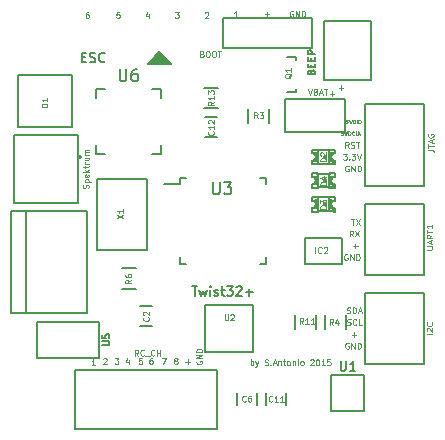
<source format=gto>
G04 #@! TF.FileFunction,Legend,Top*
%FSLAX46Y46*%
G04 Gerber Fmt 4.6, Leading zero omitted, Abs format (unit mm)*
G04 Created by KiCad (PCBNEW (after 2015-mar-04 BZR unknown)-product) date 21/07/2015 11:23:45 AM*
%MOMM*%
G01*
G04 APERTURE LIST*
%ADD10C,0.100000*%
%ADD11C,0.200000*%
%ADD12C,0.125000*%
%ADD13C,0.075000*%
%ADD14C,0.150000*%
G04 APERTURE END LIST*
D10*
D11*
X140500000Y-132000000D02*
X140500000Y-132200000D01*
X141000000Y-132500000D02*
X140500000Y-132000000D01*
X141300000Y-132500000D02*
X141000000Y-132500000D01*
X140600000Y-131800000D02*
X141300000Y-132500000D01*
X139800000Y-132600000D02*
X140600000Y-131800000D01*
X139600000Y-132600000D02*
X139800000Y-132600000D01*
X140000000Y-132400000D02*
X139800000Y-132600000D01*
X140400000Y-132400000D02*
X140000000Y-132400000D01*
X140800000Y-132400000D02*
X140400000Y-132400000D01*
X140500000Y-132100000D02*
X140800000Y-132400000D01*
X140100000Y-132500000D02*
X140500000Y-132100000D01*
X141200000Y-132500000D02*
X140100000Y-132500000D01*
X140500000Y-131800000D02*
X141200000Y-132500000D01*
X139700000Y-132600000D02*
X140500000Y-131800000D01*
X141600000Y-132600000D02*
X139700000Y-132600000D01*
X140600000Y-131600000D02*
X141600000Y-132600000D01*
X139600000Y-132600000D02*
X140600000Y-131600000D01*
D12*
X148330955Y-158126190D02*
X148330955Y-157626190D01*
X148330955Y-157816667D02*
X148378574Y-157792857D01*
X148473812Y-157792857D01*
X148521431Y-157816667D01*
X148545240Y-157840476D01*
X148569050Y-157888095D01*
X148569050Y-158030952D01*
X148545240Y-158078571D01*
X148521431Y-158102381D01*
X148473812Y-158126190D01*
X148378574Y-158126190D01*
X148330955Y-158102381D01*
X148735717Y-157792857D02*
X148854764Y-158126190D01*
X148973812Y-157792857D02*
X148854764Y-158126190D01*
X148807145Y-158245238D01*
X148783336Y-158269048D01*
X148735717Y-158292857D01*
X149521430Y-158102381D02*
X149592859Y-158126190D01*
X149711906Y-158126190D01*
X149759525Y-158102381D01*
X149783335Y-158078571D01*
X149807144Y-158030952D01*
X149807144Y-157983333D01*
X149783335Y-157935714D01*
X149759525Y-157911905D01*
X149711906Y-157888095D01*
X149616668Y-157864286D01*
X149569049Y-157840476D01*
X149545240Y-157816667D01*
X149521430Y-157769048D01*
X149521430Y-157721429D01*
X149545240Y-157673810D01*
X149569049Y-157650000D01*
X149616668Y-157626190D01*
X149735716Y-157626190D01*
X149807144Y-157650000D01*
X150021430Y-158078571D02*
X150045239Y-158102381D01*
X150021430Y-158126190D01*
X149997620Y-158102381D01*
X150021430Y-158078571D01*
X150021430Y-158126190D01*
X150235715Y-157983333D02*
X150473810Y-157983333D01*
X150188096Y-158126190D02*
X150354763Y-157626190D01*
X150521429Y-158126190D01*
X150688096Y-157792857D02*
X150688096Y-158126190D01*
X150688096Y-157840476D02*
X150711905Y-157816667D01*
X150759524Y-157792857D01*
X150830953Y-157792857D01*
X150878572Y-157816667D01*
X150902381Y-157864286D01*
X150902381Y-158126190D01*
X151069048Y-157792857D02*
X151259524Y-157792857D01*
X151140477Y-157626190D02*
X151140477Y-158054762D01*
X151164286Y-158102381D01*
X151211905Y-158126190D01*
X151259524Y-158126190D01*
X151497619Y-158126190D02*
X151450000Y-158102381D01*
X151426191Y-158078571D01*
X151402381Y-158030952D01*
X151402381Y-157888095D01*
X151426191Y-157840476D01*
X151450000Y-157816667D01*
X151497619Y-157792857D01*
X151569048Y-157792857D01*
X151616667Y-157816667D01*
X151640476Y-157840476D01*
X151664286Y-157888095D01*
X151664286Y-158030952D01*
X151640476Y-158078571D01*
X151616667Y-158102381D01*
X151569048Y-158126190D01*
X151497619Y-158126190D01*
X151878572Y-157792857D02*
X151878572Y-158126190D01*
X151878572Y-157840476D02*
X151902381Y-157816667D01*
X151950000Y-157792857D01*
X152021429Y-157792857D01*
X152069048Y-157816667D01*
X152092857Y-157864286D01*
X152092857Y-158126190D01*
X152330953Y-158126190D02*
X152330953Y-157792857D01*
X152330953Y-157626190D02*
X152307143Y-157650000D01*
X152330953Y-157673810D01*
X152354762Y-157650000D01*
X152330953Y-157626190D01*
X152330953Y-157673810D01*
X152640476Y-158126190D02*
X152592857Y-158102381D01*
X152569048Y-158078571D01*
X152545238Y-158030952D01*
X152545238Y-157888095D01*
X152569048Y-157840476D01*
X152592857Y-157816667D01*
X152640476Y-157792857D01*
X152711905Y-157792857D01*
X152759524Y-157816667D01*
X152783333Y-157840476D01*
X152807143Y-157888095D01*
X152807143Y-158030952D01*
X152783333Y-158078571D01*
X152759524Y-158102381D01*
X152711905Y-158126190D01*
X152640476Y-158126190D01*
X153378571Y-157673810D02*
X153402381Y-157650000D01*
X153450000Y-157626190D01*
X153569047Y-157626190D01*
X153616666Y-157650000D01*
X153640476Y-157673810D01*
X153664285Y-157721429D01*
X153664285Y-157769048D01*
X153640476Y-157840476D01*
X153354762Y-158126190D01*
X153664285Y-158126190D01*
X153973809Y-157626190D02*
X154021428Y-157626190D01*
X154069047Y-157650000D01*
X154092856Y-157673810D01*
X154116666Y-157721429D01*
X154140475Y-157816667D01*
X154140475Y-157935714D01*
X154116666Y-158030952D01*
X154092856Y-158078571D01*
X154069047Y-158102381D01*
X154021428Y-158126190D01*
X153973809Y-158126190D01*
X153926190Y-158102381D01*
X153902380Y-158078571D01*
X153878571Y-158030952D01*
X153854761Y-157935714D01*
X153854761Y-157816667D01*
X153878571Y-157721429D01*
X153902380Y-157673810D01*
X153926190Y-157650000D01*
X153973809Y-157626190D01*
X154616665Y-158126190D02*
X154330951Y-158126190D01*
X154473808Y-158126190D02*
X154473808Y-157626190D01*
X154426189Y-157697619D01*
X154378570Y-157745238D01*
X154330951Y-157769048D01*
X155069046Y-157626190D02*
X154830951Y-157626190D01*
X154807141Y-157864286D01*
X154830951Y-157840476D01*
X154878570Y-157816667D01*
X154997617Y-157816667D01*
X155045236Y-157840476D01*
X155069046Y-157864286D01*
X155092855Y-157911905D01*
X155092855Y-158030952D01*
X155069046Y-158078571D01*
X155045236Y-158102381D01*
X154997617Y-158126190D01*
X154878570Y-158126190D01*
X154830951Y-158102381D01*
X154807141Y-158078571D01*
D11*
X143352381Y-151461905D02*
X143809524Y-151461905D01*
X143580953Y-152261905D02*
X143580953Y-151461905D01*
X144000001Y-151728571D02*
X144152382Y-152261905D01*
X144304763Y-151880952D01*
X144457144Y-152261905D01*
X144609525Y-151728571D01*
X144914286Y-152261905D02*
X144914286Y-151728571D01*
X144914286Y-151461905D02*
X144876191Y-151500000D01*
X144914286Y-151538095D01*
X144952381Y-151500000D01*
X144914286Y-151461905D01*
X144914286Y-151538095D01*
X145257143Y-152223810D02*
X145333333Y-152261905D01*
X145485714Y-152261905D01*
X145561905Y-152223810D01*
X145600000Y-152147619D01*
X145600000Y-152109524D01*
X145561905Y-152033333D01*
X145485714Y-151995238D01*
X145371429Y-151995238D01*
X145295238Y-151957143D01*
X145257143Y-151880952D01*
X145257143Y-151842857D01*
X145295238Y-151766667D01*
X145371429Y-151728571D01*
X145485714Y-151728571D01*
X145561905Y-151766667D01*
X145828571Y-151728571D02*
X146133333Y-151728571D01*
X145942857Y-151461905D02*
X145942857Y-152147619D01*
X145980952Y-152223810D01*
X146057143Y-152261905D01*
X146133333Y-152261905D01*
X146323810Y-151461905D02*
X146819048Y-151461905D01*
X146552381Y-151766667D01*
X146666667Y-151766667D01*
X146742857Y-151804762D01*
X146780953Y-151842857D01*
X146819048Y-151919048D01*
X146819048Y-152109524D01*
X146780953Y-152185714D01*
X146742857Y-152223810D01*
X146666667Y-152261905D01*
X146438095Y-152261905D01*
X146361905Y-152223810D01*
X146323810Y-152185714D01*
X147123810Y-151538095D02*
X147161905Y-151500000D01*
X147238096Y-151461905D01*
X147428572Y-151461905D01*
X147504762Y-151500000D01*
X147542858Y-151538095D01*
X147580953Y-151614286D01*
X147580953Y-151690476D01*
X147542858Y-151804762D01*
X147085715Y-152261905D01*
X147580953Y-152261905D01*
X147923810Y-151957143D02*
X148533334Y-151957143D01*
X148228572Y-152261905D02*
X148228572Y-151652381D01*
X134041421Y-140500000D02*
G75*
G03X134041421Y-140500000I-141421J0D01*
G01*
D12*
X155809524Y-134635714D02*
X156190476Y-134635714D01*
X156000000Y-134826190D02*
X156000000Y-134445238D01*
X155009524Y-135135714D02*
X155390476Y-135135714D01*
X155200000Y-135326190D02*
X155200000Y-134945238D01*
D13*
X156364286Y-137621429D02*
X156407143Y-137635714D01*
X156478572Y-137635714D01*
X156507143Y-137621429D01*
X156521429Y-137607143D01*
X156535714Y-137578571D01*
X156535714Y-137550000D01*
X156521429Y-137521429D01*
X156507143Y-137507143D01*
X156478572Y-137492857D01*
X156421429Y-137478571D01*
X156392857Y-137464286D01*
X156378572Y-137450000D01*
X156364286Y-137421429D01*
X156364286Y-137392857D01*
X156378572Y-137364286D01*
X156392857Y-137350000D01*
X156421429Y-137335714D01*
X156492857Y-137335714D01*
X156535714Y-137350000D01*
X156635714Y-137335714D02*
X156707143Y-137635714D01*
X156764286Y-137421429D01*
X156821428Y-137635714D01*
X156892857Y-137335714D01*
X157007143Y-137635714D02*
X157007143Y-137335714D01*
X157078571Y-137335714D01*
X157121428Y-137350000D01*
X157150000Y-137378571D01*
X157164285Y-137407143D01*
X157178571Y-137464286D01*
X157178571Y-137507143D01*
X157164285Y-137564286D01*
X157150000Y-137592857D01*
X157121428Y-137621429D01*
X157078571Y-137635714D01*
X157007143Y-137635714D01*
X157307143Y-137635714D02*
X157307143Y-137335714D01*
X157507142Y-137335714D02*
X157564285Y-137335714D01*
X157592857Y-137350000D01*
X157621428Y-137378571D01*
X157635714Y-137435714D01*
X157635714Y-137535714D01*
X157621428Y-137592857D01*
X157592857Y-137621429D01*
X157564285Y-137635714D01*
X157507142Y-137635714D01*
X157478571Y-137621429D01*
X157450000Y-137592857D01*
X157435714Y-137535714D01*
X157435714Y-137435714D01*
X157450000Y-137378571D01*
X157478571Y-137350000D01*
X157507142Y-137335714D01*
D12*
X156161906Y-140226190D02*
X156471429Y-140226190D01*
X156304763Y-140416667D01*
X156376191Y-140416667D01*
X156423810Y-140440476D01*
X156447620Y-140464286D01*
X156471429Y-140511905D01*
X156471429Y-140630952D01*
X156447620Y-140678571D01*
X156423810Y-140702381D01*
X156376191Y-140726190D01*
X156233334Y-140726190D01*
X156185715Y-140702381D01*
X156161906Y-140678571D01*
X156685715Y-140678571D02*
X156709524Y-140702381D01*
X156685715Y-140726190D01*
X156661905Y-140702381D01*
X156685715Y-140678571D01*
X156685715Y-140726190D01*
X156876191Y-140226190D02*
X157185714Y-140226190D01*
X157019048Y-140416667D01*
X157090476Y-140416667D01*
X157138095Y-140440476D01*
X157161905Y-140464286D01*
X157185714Y-140511905D01*
X157185714Y-140630952D01*
X157161905Y-140678571D01*
X157138095Y-140702381D01*
X157090476Y-140726190D01*
X156947619Y-140726190D01*
X156900000Y-140702381D01*
X156876191Y-140678571D01*
X157328571Y-140226190D02*
X157495238Y-140726190D01*
X157661904Y-140226190D01*
X156619047Y-141250000D02*
X156571428Y-141226190D01*
X156500000Y-141226190D01*
X156428571Y-141250000D01*
X156380952Y-141297619D01*
X156357143Y-141345238D01*
X156333333Y-141440476D01*
X156333333Y-141511905D01*
X156357143Y-141607143D01*
X156380952Y-141654762D01*
X156428571Y-141702381D01*
X156500000Y-141726190D01*
X156547619Y-141726190D01*
X156619047Y-141702381D01*
X156642857Y-141678571D01*
X156642857Y-141511905D01*
X156547619Y-141511905D01*
X156857143Y-141726190D02*
X156857143Y-141226190D01*
X157142857Y-141726190D01*
X157142857Y-141226190D01*
X157380953Y-141726190D02*
X157380953Y-141226190D01*
X157500000Y-141226190D01*
X157571429Y-141250000D01*
X157619048Y-141297619D01*
X157642857Y-141345238D01*
X157666667Y-141440476D01*
X157666667Y-141511905D01*
X157642857Y-141607143D01*
X157619048Y-141654762D01*
X157571429Y-141702381D01*
X157500000Y-141726190D01*
X157380953Y-141726190D01*
D13*
X155971429Y-138621429D02*
X156014286Y-138635714D01*
X156085715Y-138635714D01*
X156114286Y-138621429D01*
X156128572Y-138607143D01*
X156142857Y-138578571D01*
X156142857Y-138550000D01*
X156128572Y-138521429D01*
X156114286Y-138507143D01*
X156085715Y-138492857D01*
X156028572Y-138478571D01*
X156000000Y-138464286D01*
X155985715Y-138450000D01*
X155971429Y-138421429D01*
X155971429Y-138392857D01*
X155985715Y-138364286D01*
X156000000Y-138350000D01*
X156028572Y-138335714D01*
X156100000Y-138335714D01*
X156142857Y-138350000D01*
X156242857Y-138335714D02*
X156314286Y-138635714D01*
X156371429Y-138421429D01*
X156428571Y-138635714D01*
X156500000Y-138335714D01*
X156614286Y-138635714D02*
X156614286Y-138335714D01*
X156685714Y-138335714D01*
X156728571Y-138350000D01*
X156757143Y-138378571D01*
X156771428Y-138407143D01*
X156785714Y-138464286D01*
X156785714Y-138507143D01*
X156771428Y-138564286D01*
X156757143Y-138592857D01*
X156728571Y-138621429D01*
X156685714Y-138635714D01*
X156614286Y-138635714D01*
X157085714Y-138607143D02*
X157071428Y-138621429D01*
X157028571Y-138635714D01*
X157000000Y-138635714D01*
X156957143Y-138621429D01*
X156928571Y-138592857D01*
X156914286Y-138564286D01*
X156900000Y-138507143D01*
X156900000Y-138464286D01*
X156914286Y-138407143D01*
X156928571Y-138378571D01*
X156957143Y-138350000D01*
X157000000Y-138335714D01*
X157028571Y-138335714D01*
X157071428Y-138350000D01*
X157085714Y-138364286D01*
X157357143Y-138635714D02*
X157214286Y-138635714D01*
X157214286Y-138335714D01*
X157457143Y-138635714D02*
X157457143Y-138335714D01*
X157628571Y-138635714D02*
X157500000Y-138464286D01*
X157628571Y-138335714D02*
X157457143Y-138507143D01*
D12*
X156626191Y-139726190D02*
X156459524Y-139488095D01*
X156340477Y-139726190D02*
X156340477Y-139226190D01*
X156530953Y-139226190D01*
X156578572Y-139250000D01*
X156602381Y-139273810D01*
X156626191Y-139321429D01*
X156626191Y-139392857D01*
X156602381Y-139440476D01*
X156578572Y-139464286D01*
X156530953Y-139488095D01*
X156340477Y-139488095D01*
X156816667Y-139702381D02*
X156888096Y-139726190D01*
X157007143Y-139726190D01*
X157054762Y-139702381D01*
X157078572Y-139678571D01*
X157102381Y-139630952D01*
X157102381Y-139583333D01*
X157078572Y-139535714D01*
X157054762Y-139511905D01*
X157007143Y-139488095D01*
X156911905Y-139464286D01*
X156864286Y-139440476D01*
X156840477Y-139416667D01*
X156816667Y-139369048D01*
X156816667Y-139321429D01*
X156840477Y-139273810D01*
X156864286Y-139250000D01*
X156911905Y-139226190D01*
X157030953Y-139226190D01*
X157102381Y-139250000D01*
X157245238Y-139226190D02*
X157530952Y-139226190D01*
X157388095Y-139726190D02*
X157388095Y-139226190D01*
X157016667Y-147226190D02*
X156850000Y-146988095D01*
X156730953Y-147226190D02*
X156730953Y-146726190D01*
X156921429Y-146726190D01*
X156969048Y-146750000D01*
X156992857Y-146773810D01*
X157016667Y-146821429D01*
X157016667Y-146892857D01*
X156992857Y-146940476D01*
X156969048Y-146964286D01*
X156921429Y-146988095D01*
X156730953Y-146988095D01*
X157183334Y-146726190D02*
X157516667Y-147226190D01*
X157516667Y-146726190D02*
X157183334Y-147226190D01*
X156819048Y-145726190D02*
X157104762Y-145726190D01*
X156961905Y-146226190D02*
X156961905Y-145726190D01*
X157223810Y-145726190D02*
X157557143Y-146226190D01*
X157557143Y-145726190D02*
X157223810Y-146226190D01*
X157009524Y-148035714D02*
X157390476Y-148035714D01*
X157200000Y-148226190D02*
X157200000Y-147845238D01*
X156519047Y-148750000D02*
X156471428Y-148726190D01*
X156400000Y-148726190D01*
X156328571Y-148750000D01*
X156280952Y-148797619D01*
X156257143Y-148845238D01*
X156233333Y-148940476D01*
X156233333Y-149011905D01*
X156257143Y-149107143D01*
X156280952Y-149154762D01*
X156328571Y-149202381D01*
X156400000Y-149226190D01*
X156447619Y-149226190D01*
X156519047Y-149202381D01*
X156542857Y-149178571D01*
X156542857Y-149011905D01*
X156447619Y-149011905D01*
X156757143Y-149226190D02*
X156757143Y-148726190D01*
X157042857Y-149226190D01*
X157042857Y-148726190D01*
X157280953Y-149226190D02*
X157280953Y-148726190D01*
X157400000Y-148726190D01*
X157471429Y-148750000D01*
X157519048Y-148797619D01*
X157542857Y-148845238D01*
X157566667Y-148940476D01*
X157566667Y-149011905D01*
X157542857Y-149107143D01*
X157519048Y-149154762D01*
X157471429Y-149202381D01*
X157400000Y-149226190D01*
X157280953Y-149226190D01*
X156619047Y-156250000D02*
X156571428Y-156226190D01*
X156500000Y-156226190D01*
X156428571Y-156250000D01*
X156380952Y-156297619D01*
X156357143Y-156345238D01*
X156333333Y-156440476D01*
X156333333Y-156511905D01*
X156357143Y-156607143D01*
X156380952Y-156654762D01*
X156428571Y-156702381D01*
X156500000Y-156726190D01*
X156547619Y-156726190D01*
X156619047Y-156702381D01*
X156642857Y-156678571D01*
X156642857Y-156511905D01*
X156547619Y-156511905D01*
X156857143Y-156726190D02*
X156857143Y-156226190D01*
X157142857Y-156726190D01*
X157142857Y-156226190D01*
X157380953Y-156726190D02*
X157380953Y-156226190D01*
X157500000Y-156226190D01*
X157571429Y-156250000D01*
X157619048Y-156297619D01*
X157642857Y-156345238D01*
X157666667Y-156440476D01*
X157666667Y-156511905D01*
X157642857Y-156607143D01*
X157619048Y-156654762D01*
X157571429Y-156702381D01*
X157500000Y-156726190D01*
X157380953Y-156726190D01*
X156909524Y-155535714D02*
X157290476Y-155535714D01*
X157100000Y-155726190D02*
X157100000Y-155345238D01*
X156492858Y-153702381D02*
X156564287Y-153726190D01*
X156683334Y-153726190D01*
X156730953Y-153702381D01*
X156754763Y-153678571D01*
X156778572Y-153630952D01*
X156778572Y-153583333D01*
X156754763Y-153535714D01*
X156730953Y-153511905D01*
X156683334Y-153488095D01*
X156588096Y-153464286D01*
X156540477Y-153440476D01*
X156516668Y-153416667D01*
X156492858Y-153369048D01*
X156492858Y-153321429D01*
X156516668Y-153273810D01*
X156540477Y-153250000D01*
X156588096Y-153226190D01*
X156707144Y-153226190D01*
X156778572Y-153250000D01*
X156992858Y-153726190D02*
X156992858Y-153226190D01*
X157111905Y-153226190D01*
X157183334Y-153250000D01*
X157230953Y-153297619D01*
X157254762Y-153345238D01*
X157278572Y-153440476D01*
X157278572Y-153511905D01*
X157254762Y-153607143D01*
X157230953Y-153654762D01*
X157183334Y-153702381D01*
X157111905Y-153726190D01*
X156992858Y-153726190D01*
X157469048Y-153583333D02*
X157707143Y-153583333D01*
X157421429Y-153726190D02*
X157588096Y-153226190D01*
X157754762Y-153726190D01*
X139995238Y-157526190D02*
X139900000Y-157526190D01*
X139852381Y-157550000D01*
X139828572Y-157573810D01*
X139780953Y-157645238D01*
X139757143Y-157740476D01*
X139757143Y-157930952D01*
X139780953Y-157978571D01*
X139804762Y-158002381D01*
X139852381Y-158026190D01*
X139947619Y-158026190D01*
X139995238Y-158002381D01*
X140019048Y-157978571D01*
X140042857Y-157930952D01*
X140042857Y-157811905D01*
X140019048Y-157764286D01*
X139995238Y-157740476D01*
X139947619Y-157716667D01*
X139852381Y-157716667D01*
X139804762Y-157740476D01*
X139780953Y-157764286D01*
X139757143Y-157811905D01*
X139119048Y-157526190D02*
X138880953Y-157526190D01*
X138857143Y-157764286D01*
X138880953Y-157740476D01*
X138928572Y-157716667D01*
X139047619Y-157716667D01*
X139095238Y-157740476D01*
X139119048Y-157764286D01*
X139142857Y-157811905D01*
X139142857Y-157930952D01*
X139119048Y-157978571D01*
X139095238Y-158002381D01*
X139047619Y-158026190D01*
X138928572Y-158026190D01*
X138880953Y-158002381D01*
X138857143Y-157978571D01*
X143750000Y-157780953D02*
X143726190Y-157828572D01*
X143726190Y-157900000D01*
X143750000Y-157971429D01*
X143797619Y-158019048D01*
X143845238Y-158042857D01*
X143940476Y-158066667D01*
X144011905Y-158066667D01*
X144107143Y-158042857D01*
X144154762Y-158019048D01*
X144202381Y-157971429D01*
X144226190Y-157900000D01*
X144226190Y-157852381D01*
X144202381Y-157780953D01*
X144178571Y-157757143D01*
X144011905Y-157757143D01*
X144011905Y-157852381D01*
X144226190Y-157542857D02*
X143726190Y-157542857D01*
X144226190Y-157257143D01*
X143726190Y-157257143D01*
X144226190Y-157019047D02*
X143726190Y-157019047D01*
X143726190Y-156900000D01*
X143750000Y-156828571D01*
X143797619Y-156780952D01*
X143845238Y-156757143D01*
X143940476Y-156733333D01*
X144011905Y-156733333D01*
X144107143Y-156757143D01*
X144154762Y-156780952D01*
X144202381Y-156828571D01*
X144226190Y-156900000D01*
X144226190Y-157019047D01*
X135857143Y-157573810D02*
X135880953Y-157550000D01*
X135928572Y-157526190D01*
X136047619Y-157526190D01*
X136095238Y-157550000D01*
X136119048Y-157573810D01*
X136142857Y-157621429D01*
X136142857Y-157669048D01*
X136119048Y-157740476D01*
X135833334Y-158026190D01*
X136142857Y-158026190D01*
X135142857Y-158126190D02*
X134857143Y-158126190D01*
X135000000Y-158126190D02*
X135000000Y-157626190D01*
X134952381Y-157697619D01*
X134904762Y-157745238D01*
X134857143Y-157769048D01*
X140833334Y-157526190D02*
X141166667Y-157526190D01*
X140952381Y-158026190D01*
X141952381Y-157740476D02*
X141904762Y-157716667D01*
X141880953Y-157692857D01*
X141857143Y-157645238D01*
X141857143Y-157621429D01*
X141880953Y-157573810D01*
X141904762Y-157550000D01*
X141952381Y-157526190D01*
X142047619Y-157526190D01*
X142095238Y-157550000D01*
X142119048Y-157573810D01*
X142142857Y-157621429D01*
X142142857Y-157645238D01*
X142119048Y-157692857D01*
X142095238Y-157716667D01*
X142047619Y-157740476D01*
X141952381Y-157740476D01*
X141904762Y-157764286D01*
X141880953Y-157788095D01*
X141857143Y-157835714D01*
X141857143Y-157930952D01*
X141880953Y-157978571D01*
X141904762Y-158002381D01*
X141952381Y-158026190D01*
X142047619Y-158026190D01*
X142095238Y-158002381D01*
X142119048Y-157978571D01*
X142142857Y-157930952D01*
X142142857Y-157835714D01*
X142119048Y-157788095D01*
X142095238Y-157764286D01*
X142047619Y-157740476D01*
X142809524Y-157835714D02*
X143190476Y-157835714D01*
X143000000Y-158026190D02*
X143000000Y-157645238D01*
X156504762Y-154702381D02*
X156576191Y-154726190D01*
X156695238Y-154726190D01*
X156742857Y-154702381D01*
X156766667Y-154678571D01*
X156790476Y-154630952D01*
X156790476Y-154583333D01*
X156766667Y-154535714D01*
X156742857Y-154511905D01*
X156695238Y-154488095D01*
X156600000Y-154464286D01*
X156552381Y-154440476D01*
X156528572Y-154416667D01*
X156504762Y-154369048D01*
X156504762Y-154321429D01*
X156528572Y-154273810D01*
X156552381Y-154250000D01*
X156600000Y-154226190D01*
X156719048Y-154226190D01*
X156790476Y-154250000D01*
X157290476Y-154678571D02*
X157266666Y-154702381D01*
X157195238Y-154726190D01*
X157147619Y-154726190D01*
X157076190Y-154702381D01*
X157028571Y-154654762D01*
X157004762Y-154607143D01*
X156980952Y-154511905D01*
X156980952Y-154440476D01*
X157004762Y-154345238D01*
X157028571Y-154297619D01*
X157076190Y-154250000D01*
X157147619Y-154226190D01*
X157195238Y-154226190D01*
X157266666Y-154250000D01*
X157290476Y-154273810D01*
X157742857Y-154726190D02*
X157504762Y-154726190D01*
X157504762Y-154226190D01*
X137995238Y-157692857D02*
X137995238Y-158026190D01*
X137876191Y-157502381D02*
X137757143Y-157859524D01*
X138066667Y-157859524D01*
X136833334Y-157526190D02*
X137142857Y-157526190D01*
X136976191Y-157716667D01*
X137047619Y-157716667D01*
X137095238Y-157740476D01*
X137119048Y-157764286D01*
X137142857Y-157811905D01*
X137142857Y-157930952D01*
X137119048Y-157978571D01*
X137095238Y-158002381D01*
X137047619Y-158026190D01*
X136904762Y-158026190D01*
X136857143Y-158002381D01*
X136833334Y-157978571D01*
X151919047Y-128150000D02*
X151871428Y-128126190D01*
X151800000Y-128126190D01*
X151728571Y-128150000D01*
X151680952Y-128197619D01*
X151657143Y-128245238D01*
X151633333Y-128340476D01*
X151633333Y-128411905D01*
X151657143Y-128507143D01*
X151680952Y-128554762D01*
X151728571Y-128602381D01*
X151800000Y-128626190D01*
X151847619Y-128626190D01*
X151919047Y-128602381D01*
X151942857Y-128578571D01*
X151942857Y-128411905D01*
X151847619Y-128411905D01*
X152157143Y-128626190D02*
X152157143Y-128126190D01*
X152442857Y-128626190D01*
X152442857Y-128126190D01*
X152680953Y-128626190D02*
X152680953Y-128126190D01*
X152800000Y-128126190D01*
X152871429Y-128150000D01*
X152919048Y-128197619D01*
X152942857Y-128245238D01*
X152966667Y-128340476D01*
X152966667Y-128411905D01*
X152942857Y-128507143D01*
X152919048Y-128554762D01*
X152871429Y-128602381D01*
X152800000Y-128626190D01*
X152680953Y-128626190D01*
X149509524Y-128435714D02*
X149890476Y-128435714D01*
X149700000Y-128626190D02*
X149700000Y-128245238D01*
X139695238Y-128392857D02*
X139695238Y-128726190D01*
X139576191Y-128202381D02*
X139457143Y-128559524D01*
X139766667Y-128559524D01*
X137219048Y-128226190D02*
X136980953Y-128226190D01*
X136957143Y-128464286D01*
X136980953Y-128440476D01*
X137028572Y-128416667D01*
X137147619Y-128416667D01*
X137195238Y-128440476D01*
X137219048Y-128464286D01*
X137242857Y-128511905D01*
X137242857Y-128630952D01*
X137219048Y-128678571D01*
X137195238Y-128702381D01*
X137147619Y-128726190D01*
X137028572Y-128726190D01*
X136980953Y-128702381D01*
X136957143Y-128678571D01*
X134595238Y-128226190D02*
X134500000Y-128226190D01*
X134452381Y-128250000D01*
X134428572Y-128273810D01*
X134380953Y-128345238D01*
X134357143Y-128440476D01*
X134357143Y-128630952D01*
X134380953Y-128678571D01*
X134404762Y-128702381D01*
X134452381Y-128726190D01*
X134547619Y-128726190D01*
X134595238Y-128702381D01*
X134619048Y-128678571D01*
X134642857Y-128630952D01*
X134642857Y-128511905D01*
X134619048Y-128464286D01*
X134595238Y-128440476D01*
X134547619Y-128416667D01*
X134452381Y-128416667D01*
X134404762Y-128440476D01*
X134380953Y-128464286D01*
X134357143Y-128511905D01*
X141933334Y-128226190D02*
X142242857Y-128226190D01*
X142076191Y-128416667D01*
X142147619Y-128416667D01*
X142195238Y-128440476D01*
X142219048Y-128464286D01*
X142242857Y-128511905D01*
X142242857Y-128630952D01*
X142219048Y-128678571D01*
X142195238Y-128702381D01*
X142147619Y-128726190D01*
X142004762Y-128726190D01*
X141957143Y-128702381D01*
X141933334Y-128678571D01*
X144457143Y-128273810D02*
X144480953Y-128250000D01*
X144528572Y-128226190D01*
X144647619Y-128226190D01*
X144695238Y-128250000D01*
X144719048Y-128273810D01*
X144742857Y-128321429D01*
X144742857Y-128369048D01*
X144719048Y-128440476D01*
X144433334Y-128726190D01*
X144742857Y-128726190D01*
X147242857Y-128626190D02*
X146957143Y-128626190D01*
X147100000Y-128626190D02*
X147100000Y-128126190D01*
X147052381Y-128197619D01*
X147004762Y-128245238D01*
X146957143Y-128269048D01*
D14*
X146000000Y-131250000D02*
X146000000Y-128750000D01*
X146000000Y-128750000D02*
X153500000Y-128750000D01*
X153500000Y-128750000D02*
X153500000Y-131250000D01*
X153500000Y-131250000D02*
X146000000Y-131250000D01*
X154500000Y-129000000D02*
X158500000Y-129000000D01*
X158500000Y-129000000D02*
X158500000Y-134000000D01*
X158500000Y-134000000D02*
X154500000Y-134000000D01*
X154500000Y-134000000D02*
X154500000Y-129000000D01*
X163000000Y-152000000D02*
X163000000Y-158000000D01*
X163000000Y-158000000D02*
X158000000Y-158000000D01*
X158000000Y-158000000D02*
X158000000Y-152000000D01*
X158000000Y-152000000D02*
X163000000Y-152000000D01*
X163000000Y-150500000D02*
X163000000Y-144500000D01*
X163000000Y-144500000D02*
X158000000Y-144500000D01*
X158000000Y-144500000D02*
X158000000Y-150500000D01*
X158000000Y-150500000D02*
X163000000Y-150500000D01*
X163000000Y-136000000D02*
X163000000Y-143000000D01*
X163000000Y-143000000D02*
X158000000Y-143000000D01*
X158000000Y-143000000D02*
X158000000Y-136000000D01*
X158000000Y-136000000D02*
X163000000Y-136000000D01*
X128300000Y-138600000D02*
X133700000Y-138600000D01*
X133700000Y-138600000D02*
X133700000Y-144400000D01*
X133700000Y-144400000D02*
X128300000Y-144400000D01*
X128300000Y-144400000D02*
X128300000Y-138600000D01*
X133500000Y-158500000D02*
X133500000Y-163500000D01*
X133500000Y-163500000D02*
X145500000Y-163500000D01*
X145500000Y-163500000D02*
X145500000Y-158500000D01*
X145500000Y-158500000D02*
X133500000Y-158500000D01*
X136000000Y-140250000D02*
X135250000Y-140250000D01*
X135250000Y-140250000D02*
X135250000Y-139500000D01*
X140750000Y-139500000D02*
X140750000Y-140250000D01*
X140750000Y-140250000D02*
X140000000Y-140250000D01*
X140000000Y-134750000D02*
X140750000Y-134750000D01*
X140750000Y-134750000D02*
X140750000Y-135500000D01*
X136000000Y-134750000D02*
X135250000Y-134750000D01*
X135250000Y-134750000D02*
X135250000Y-135500000D01*
X144500000Y-153000000D02*
X144500000Y-157000000D01*
X144500000Y-157000000D02*
X148500000Y-157000000D01*
X148500000Y-157000000D02*
X148500000Y-153000000D01*
X148500000Y-153000000D02*
X144500000Y-153000000D01*
X156300000Y-138400000D02*
X151200000Y-138400000D01*
X151200000Y-138400000D02*
X151200000Y-135600000D01*
X151200000Y-135600000D02*
X156300000Y-135600000D01*
X156300000Y-135600000D02*
X156300000Y-138400000D01*
X135500000Y-154500000D02*
X135500000Y-157500000D01*
X135500000Y-157500000D02*
X130250000Y-157500000D01*
X130250000Y-157500000D02*
X130250000Y-154500000D01*
X130250000Y-154500000D02*
X135500000Y-154500000D01*
X157900000Y-159000000D02*
X155100000Y-159000000D01*
X155100000Y-159000000D02*
X155100000Y-162000000D01*
X155100000Y-162000000D02*
X157900000Y-162000000D01*
X157900000Y-162000000D02*
X157900000Y-159000000D01*
X152900000Y-149600000D02*
X152900000Y-149500000D01*
X152900000Y-149600000D02*
X156100000Y-149600000D01*
X156100000Y-149600000D02*
X156100000Y-147400000D01*
X156100000Y-147400000D02*
X152900000Y-147400000D01*
X152900000Y-147400000D02*
X152900000Y-149500000D01*
X133200000Y-135800000D02*
X133200000Y-133600000D01*
X133200000Y-133600000D02*
X128600000Y-133600000D01*
X128600000Y-133600000D02*
X128600000Y-138000000D01*
X128600000Y-138000000D02*
X133200000Y-138000000D01*
X133200000Y-138000000D02*
X133200000Y-135800000D01*
X139550000Y-148400000D02*
X139550000Y-142400000D01*
X135300000Y-142400000D02*
X135300000Y-148400000D01*
X137300000Y-142400000D02*
X139550000Y-142400000D01*
X135300000Y-148400000D02*
X137300000Y-148400000D01*
X137300000Y-148400000D02*
X139550000Y-148400000D01*
X137300000Y-142400000D02*
X135300000Y-142400000D01*
X139000000Y-154850000D02*
X140000000Y-154850000D01*
X140000000Y-153150000D02*
X139000000Y-153150000D01*
X148850000Y-161500000D02*
X148850000Y-160500000D01*
X147150000Y-160500000D02*
X147150000Y-161500000D01*
X151350000Y-161500000D02*
X151350000Y-160500000D01*
X149650000Y-160500000D02*
X149650000Y-161500000D01*
X145500000Y-137150000D02*
X144500000Y-137150000D01*
X144500000Y-138850000D02*
X145500000Y-138850000D01*
X128082540Y-145049100D02*
X128082540Y-153749100D01*
X134487540Y-145049100D02*
X134487540Y-153749100D01*
X134487540Y-153749100D02*
X128082540Y-153749100D01*
X129312540Y-153749100D02*
X129312540Y-145049100D01*
X128082540Y-145049100D02*
X134487540Y-145049100D01*
X154997840Y-140200280D02*
X154997840Y-139875160D01*
X154997840Y-139875160D02*
X155498220Y-139875160D01*
X155498220Y-140200280D02*
X155498220Y-139875160D01*
X154997840Y-140200280D02*
X155498220Y-140200280D01*
X154997840Y-140822580D02*
X154997840Y-140672720D01*
X154997840Y-140672720D02*
X155249300Y-140672720D01*
X155249300Y-140822580D02*
X155249300Y-140672720D01*
X154997840Y-140822580D02*
X155249300Y-140822580D01*
X154997840Y-140327280D02*
X154997840Y-140177420D01*
X154997840Y-140177420D02*
X155249300Y-140177420D01*
X155249300Y-140327280D02*
X155249300Y-140177420D01*
X154997840Y-140327280D02*
X155249300Y-140327280D01*
X154997840Y-140698120D02*
X154997840Y-140301880D01*
X154997840Y-140301880D02*
X155173100Y-140301880D01*
X155173100Y-140698120D02*
X155173100Y-140301880D01*
X154997840Y-140698120D02*
X155173100Y-140698120D01*
X153501780Y-140200280D02*
X153501780Y-139875160D01*
X153501780Y-139875160D02*
X154002160Y-139875160D01*
X154002160Y-140200280D02*
X154002160Y-139875160D01*
X153501780Y-140200280D02*
X154002160Y-140200280D01*
X153501780Y-141124840D02*
X153501780Y-140799720D01*
X153501780Y-140799720D02*
X154002160Y-140799720D01*
X154002160Y-141124840D02*
X154002160Y-140799720D01*
X153501780Y-141124840D02*
X154002160Y-141124840D01*
X153750700Y-140327280D02*
X153750700Y-140177420D01*
X153750700Y-140177420D02*
X154002160Y-140177420D01*
X154002160Y-140327280D02*
X154002160Y-140177420D01*
X153750700Y-140327280D02*
X154002160Y-140327280D01*
X153750700Y-140822580D02*
X153750700Y-140672720D01*
X153750700Y-140672720D02*
X154002160Y-140672720D01*
X154002160Y-140822580D02*
X154002160Y-140672720D01*
X153750700Y-140822580D02*
X154002160Y-140822580D01*
X153826900Y-140698120D02*
X153826900Y-140301880D01*
X153826900Y-140301880D02*
X154002160Y-140301880D01*
X154002160Y-140698120D02*
X154002160Y-140301880D01*
X153826900Y-140698120D02*
X154002160Y-140698120D01*
X154500000Y-140599060D02*
X154500000Y-140400940D01*
X154500000Y-140400940D02*
X154698120Y-140400940D01*
X154698120Y-140599060D02*
X154698120Y-140400940D01*
X154500000Y-140599060D02*
X154698120Y-140599060D01*
X154997840Y-141099440D02*
X154997840Y-140799720D01*
X154997840Y-140799720D02*
X155297560Y-140799720D01*
X155297560Y-141099440D02*
X155297560Y-140799720D01*
X154997840Y-141099440D02*
X155297560Y-141099440D01*
X155424560Y-141124840D02*
X155424560Y-140898780D01*
X155424560Y-140898780D02*
X155498220Y-140898780D01*
X155498220Y-141124840D02*
X155498220Y-140898780D01*
X155424560Y-141124840D02*
X155498220Y-141124840D01*
X155023240Y-139925960D02*
X153976760Y-139925960D01*
X154002160Y-141074040D02*
X155424560Y-141074040D01*
X155420202Y-140949580D02*
G75*
G03X155420202Y-140949580I-71842J0D01*
G01*
X155498220Y-140847980D02*
G75*
G02X155498220Y-140152020I0J347980D01*
G01*
X153501780Y-140152020D02*
G75*
G02X153501780Y-140847980I0J-347980D01*
G01*
X154997840Y-144200280D02*
X154997840Y-143875160D01*
X154997840Y-143875160D02*
X155498220Y-143875160D01*
X155498220Y-144200280D02*
X155498220Y-143875160D01*
X154997840Y-144200280D02*
X155498220Y-144200280D01*
X154997840Y-144822580D02*
X154997840Y-144672720D01*
X154997840Y-144672720D02*
X155249300Y-144672720D01*
X155249300Y-144822580D02*
X155249300Y-144672720D01*
X154997840Y-144822580D02*
X155249300Y-144822580D01*
X154997840Y-144327280D02*
X154997840Y-144177420D01*
X154997840Y-144177420D02*
X155249300Y-144177420D01*
X155249300Y-144327280D02*
X155249300Y-144177420D01*
X154997840Y-144327280D02*
X155249300Y-144327280D01*
X154997840Y-144698120D02*
X154997840Y-144301880D01*
X154997840Y-144301880D02*
X155173100Y-144301880D01*
X155173100Y-144698120D02*
X155173100Y-144301880D01*
X154997840Y-144698120D02*
X155173100Y-144698120D01*
X153501780Y-144200280D02*
X153501780Y-143875160D01*
X153501780Y-143875160D02*
X154002160Y-143875160D01*
X154002160Y-144200280D02*
X154002160Y-143875160D01*
X153501780Y-144200280D02*
X154002160Y-144200280D01*
X153501780Y-145124840D02*
X153501780Y-144799720D01*
X153501780Y-144799720D02*
X154002160Y-144799720D01*
X154002160Y-145124840D02*
X154002160Y-144799720D01*
X153501780Y-145124840D02*
X154002160Y-145124840D01*
X153750700Y-144327280D02*
X153750700Y-144177420D01*
X153750700Y-144177420D02*
X154002160Y-144177420D01*
X154002160Y-144327280D02*
X154002160Y-144177420D01*
X153750700Y-144327280D02*
X154002160Y-144327280D01*
X153750700Y-144822580D02*
X153750700Y-144672720D01*
X153750700Y-144672720D02*
X154002160Y-144672720D01*
X154002160Y-144822580D02*
X154002160Y-144672720D01*
X153750700Y-144822580D02*
X154002160Y-144822580D01*
X153826900Y-144698120D02*
X153826900Y-144301880D01*
X153826900Y-144301880D02*
X154002160Y-144301880D01*
X154002160Y-144698120D02*
X154002160Y-144301880D01*
X153826900Y-144698120D02*
X154002160Y-144698120D01*
X154500000Y-144599060D02*
X154500000Y-144400940D01*
X154500000Y-144400940D02*
X154698120Y-144400940D01*
X154698120Y-144599060D02*
X154698120Y-144400940D01*
X154500000Y-144599060D02*
X154698120Y-144599060D01*
X154997840Y-145099440D02*
X154997840Y-144799720D01*
X154997840Y-144799720D02*
X155297560Y-144799720D01*
X155297560Y-145099440D02*
X155297560Y-144799720D01*
X154997840Y-145099440D02*
X155297560Y-145099440D01*
X155424560Y-145124840D02*
X155424560Y-144898780D01*
X155424560Y-144898780D02*
X155498220Y-144898780D01*
X155498220Y-145124840D02*
X155498220Y-144898780D01*
X155424560Y-145124840D02*
X155498220Y-145124840D01*
X155023240Y-143925960D02*
X153976760Y-143925960D01*
X154002160Y-145074040D02*
X155424560Y-145074040D01*
X155420202Y-144949580D02*
G75*
G03X155420202Y-144949580I-71842J0D01*
G01*
X155498220Y-144847980D02*
G75*
G02X155498220Y-144152020I0J347980D01*
G01*
X153501780Y-144152020D02*
G75*
G02X153501780Y-144847980I0J-347980D01*
G01*
X154997840Y-142200280D02*
X154997840Y-141875160D01*
X154997840Y-141875160D02*
X155498220Y-141875160D01*
X155498220Y-142200280D02*
X155498220Y-141875160D01*
X154997840Y-142200280D02*
X155498220Y-142200280D01*
X154997840Y-142822580D02*
X154997840Y-142672720D01*
X154997840Y-142672720D02*
X155249300Y-142672720D01*
X155249300Y-142822580D02*
X155249300Y-142672720D01*
X154997840Y-142822580D02*
X155249300Y-142822580D01*
X154997840Y-142327280D02*
X154997840Y-142177420D01*
X154997840Y-142177420D02*
X155249300Y-142177420D01*
X155249300Y-142327280D02*
X155249300Y-142177420D01*
X154997840Y-142327280D02*
X155249300Y-142327280D01*
X154997840Y-142698120D02*
X154997840Y-142301880D01*
X154997840Y-142301880D02*
X155173100Y-142301880D01*
X155173100Y-142698120D02*
X155173100Y-142301880D01*
X154997840Y-142698120D02*
X155173100Y-142698120D01*
X153501780Y-142200280D02*
X153501780Y-141875160D01*
X153501780Y-141875160D02*
X154002160Y-141875160D01*
X154002160Y-142200280D02*
X154002160Y-141875160D01*
X153501780Y-142200280D02*
X154002160Y-142200280D01*
X153501780Y-143124840D02*
X153501780Y-142799720D01*
X153501780Y-142799720D02*
X154002160Y-142799720D01*
X154002160Y-143124840D02*
X154002160Y-142799720D01*
X153501780Y-143124840D02*
X154002160Y-143124840D01*
X153750700Y-142327280D02*
X153750700Y-142177420D01*
X153750700Y-142177420D02*
X154002160Y-142177420D01*
X154002160Y-142327280D02*
X154002160Y-142177420D01*
X153750700Y-142327280D02*
X154002160Y-142327280D01*
X153750700Y-142822580D02*
X153750700Y-142672720D01*
X153750700Y-142672720D02*
X154002160Y-142672720D01*
X154002160Y-142822580D02*
X154002160Y-142672720D01*
X153750700Y-142822580D02*
X154002160Y-142822580D01*
X153826900Y-142698120D02*
X153826900Y-142301880D01*
X153826900Y-142301880D02*
X154002160Y-142301880D01*
X154002160Y-142698120D02*
X154002160Y-142301880D01*
X153826900Y-142698120D02*
X154002160Y-142698120D01*
X154500000Y-142599060D02*
X154500000Y-142400940D01*
X154500000Y-142400940D02*
X154698120Y-142400940D01*
X154698120Y-142599060D02*
X154698120Y-142400940D01*
X154500000Y-142599060D02*
X154698120Y-142599060D01*
X154997840Y-143099440D02*
X154997840Y-142799720D01*
X154997840Y-142799720D02*
X155297560Y-142799720D01*
X155297560Y-143099440D02*
X155297560Y-142799720D01*
X154997840Y-143099440D02*
X155297560Y-143099440D01*
X155424560Y-143124840D02*
X155424560Y-142898780D01*
X155424560Y-142898780D02*
X155498220Y-142898780D01*
X155498220Y-143124840D02*
X155498220Y-142898780D01*
X155424560Y-143124840D02*
X155498220Y-143124840D01*
X155023240Y-141925960D02*
X153976760Y-141925960D01*
X154002160Y-143074040D02*
X155424560Y-143074040D01*
X155420202Y-142949580D02*
G75*
G03X155420202Y-142949580I-71842J0D01*
G01*
X155498220Y-142847980D02*
G75*
G02X155498220Y-142152020I0J347980D01*
G01*
X153501780Y-142152020D02*
G75*
G02X153501780Y-142847980I0J-347980D01*
G01*
X152150240Y-134799160D02*
X152150240Y-134750900D01*
X151449200Y-132000180D02*
X152150240Y-132000180D01*
X152150240Y-132000180D02*
X152150240Y-132249100D01*
X152150240Y-134799160D02*
X152150240Y-134999820D01*
X152150240Y-134999820D02*
X151449200Y-134999820D01*
X149875000Y-136400000D02*
X149875000Y-137600000D01*
X148125000Y-137600000D02*
X148125000Y-136400000D01*
X156375000Y-153900000D02*
X156375000Y-155100000D01*
X154625000Y-155100000D02*
X154625000Y-153900000D01*
X137400000Y-149925000D02*
X138600000Y-149925000D01*
X138600000Y-151675000D02*
X137400000Y-151675000D01*
X152125000Y-155100000D02*
X152125000Y-153900000D01*
X153875000Y-153900000D02*
X153875000Y-155100000D01*
X145600000Y-136375000D02*
X144400000Y-136375000D01*
X144400000Y-134625000D02*
X145600000Y-134625000D01*
X142375000Y-142275000D02*
X142375000Y-142800000D01*
X149625000Y-142275000D02*
X149625000Y-142800000D01*
X149625000Y-149525000D02*
X149625000Y-149000000D01*
X142375000Y-149525000D02*
X142375000Y-149000000D01*
X142375000Y-142275000D02*
X142900000Y-142275000D01*
X142375000Y-149525000D02*
X142900000Y-149525000D01*
X149625000Y-149525000D02*
X149100000Y-149525000D01*
X149625000Y-142275000D02*
X149100000Y-142275000D01*
X142375000Y-142800000D02*
X141000000Y-142800000D01*
X134047619Y-132042857D02*
X134314286Y-132042857D01*
X134428572Y-132461905D02*
X134047619Y-132461905D01*
X134047619Y-131661905D01*
X134428572Y-131661905D01*
X134733334Y-132423810D02*
X134847620Y-132461905D01*
X135038096Y-132461905D01*
X135114286Y-132423810D01*
X135152382Y-132385714D01*
X135190477Y-132309524D01*
X135190477Y-132233333D01*
X135152382Y-132157143D01*
X135114286Y-132119048D01*
X135038096Y-132080952D01*
X134885715Y-132042857D01*
X134809524Y-132004762D01*
X134771429Y-131966667D01*
X134733334Y-131890476D01*
X134733334Y-131814286D01*
X134771429Y-131738095D01*
X134809524Y-131700000D01*
X134885715Y-131661905D01*
X135076191Y-131661905D01*
X135190477Y-131700000D01*
X135990477Y-132385714D02*
X135952382Y-132423810D01*
X135838096Y-132461905D01*
X135761906Y-132461905D01*
X135647620Y-132423810D01*
X135571429Y-132347619D01*
X135533334Y-132271429D01*
X135495239Y-132119048D01*
X135495239Y-132004762D01*
X135533334Y-131852381D01*
X135571429Y-131776190D01*
X135647620Y-131700000D01*
X135761906Y-131661905D01*
X135838096Y-131661905D01*
X135952382Y-131700000D01*
X135990477Y-131738095D01*
X153457143Y-133300000D02*
X153485714Y-133214286D01*
X153514286Y-133185714D01*
X153571429Y-133157143D01*
X153657143Y-133157143D01*
X153714286Y-133185714D01*
X153742857Y-133214286D01*
X153771429Y-133271428D01*
X153771429Y-133500000D01*
X153171429Y-133500000D01*
X153171429Y-133300000D01*
X153200000Y-133242857D01*
X153228571Y-133214286D01*
X153285714Y-133185714D01*
X153342857Y-133185714D01*
X153400000Y-133214286D01*
X153428571Y-133242857D01*
X153457143Y-133300000D01*
X153457143Y-133500000D01*
X153457143Y-132900000D02*
X153457143Y-132700000D01*
X153771429Y-132614286D02*
X153771429Y-132900000D01*
X153171429Y-132900000D01*
X153171429Y-132614286D01*
X153457143Y-132357143D02*
X153457143Y-132157143D01*
X153771429Y-132071429D02*
X153771429Y-132357143D01*
X153171429Y-132357143D01*
X153171429Y-132071429D01*
X153771429Y-131814286D02*
X153171429Y-131814286D01*
X153171429Y-131585714D01*
X153200000Y-131528572D01*
X153228571Y-131500000D01*
X153285714Y-131471429D01*
X153371429Y-131471429D01*
X153428571Y-131500000D01*
X153457143Y-131528572D01*
X153485714Y-131585714D01*
X153485714Y-131814286D01*
D12*
X163726190Y-155488094D02*
X163226190Y-155488094D01*
X163273810Y-155273809D02*
X163250000Y-155249999D01*
X163226190Y-155202380D01*
X163226190Y-155083333D01*
X163250000Y-155035714D01*
X163273810Y-155011904D01*
X163321429Y-154988095D01*
X163369048Y-154988095D01*
X163440476Y-155011904D01*
X163726190Y-155297618D01*
X163726190Y-154988095D01*
X163678571Y-154488095D02*
X163702381Y-154511905D01*
X163726190Y-154583333D01*
X163726190Y-154630952D01*
X163702381Y-154702381D01*
X163654762Y-154750000D01*
X163607143Y-154773809D01*
X163511905Y-154797619D01*
X163440476Y-154797619D01*
X163345238Y-154773809D01*
X163297619Y-154750000D01*
X163250000Y-154702381D01*
X163226190Y-154630952D01*
X163226190Y-154583333D01*
X163250000Y-154511905D01*
X163273810Y-154488095D01*
X163226190Y-148335713D02*
X163630952Y-148335713D01*
X163678571Y-148311904D01*
X163702381Y-148288094D01*
X163726190Y-148240475D01*
X163726190Y-148145237D01*
X163702381Y-148097618D01*
X163678571Y-148073809D01*
X163630952Y-148049999D01*
X163226190Y-148049999D01*
X163583333Y-147835713D02*
X163583333Y-147597618D01*
X163726190Y-147883332D02*
X163226190Y-147716665D01*
X163726190Y-147549999D01*
X163726190Y-147097618D02*
X163488095Y-147264285D01*
X163726190Y-147383332D02*
X163226190Y-147383332D01*
X163226190Y-147192856D01*
X163250000Y-147145237D01*
X163273810Y-147121428D01*
X163321429Y-147097618D01*
X163392857Y-147097618D01*
X163440476Y-147121428D01*
X163464286Y-147145237D01*
X163488095Y-147192856D01*
X163488095Y-147383332D01*
X163226190Y-146954761D02*
X163226190Y-146669047D01*
X163726190Y-146811904D02*
X163226190Y-146811904D01*
X163726190Y-146240476D02*
X163726190Y-146526190D01*
X163726190Y-146383333D02*
X163226190Y-146383333D01*
X163297619Y-146430952D01*
X163345238Y-146478571D01*
X163369048Y-146526190D01*
X163326190Y-139883332D02*
X163683333Y-139883332D01*
X163754762Y-139907142D01*
X163802381Y-139954761D01*
X163826190Y-140026189D01*
X163826190Y-140073808D01*
X163326190Y-139716666D02*
X163326190Y-139430952D01*
X163826190Y-139573809D02*
X163326190Y-139573809D01*
X163683333Y-139288095D02*
X163683333Y-139050000D01*
X163826190Y-139335714D02*
X163326190Y-139169047D01*
X163826190Y-139002381D01*
X163350000Y-138573810D02*
X163326190Y-138621429D01*
X163326190Y-138692857D01*
X163350000Y-138764286D01*
X163397619Y-138811905D01*
X163445238Y-138835714D01*
X163540476Y-138859524D01*
X163611905Y-138859524D01*
X163707143Y-138835714D01*
X163754762Y-138811905D01*
X163802381Y-138764286D01*
X163826190Y-138692857D01*
X163826190Y-138645238D01*
X163802381Y-138573810D01*
X163778571Y-138550000D01*
X163611905Y-138550000D01*
X163611905Y-138645238D01*
X134602381Y-143142857D02*
X134626190Y-143071428D01*
X134626190Y-142952381D01*
X134602381Y-142904762D01*
X134578571Y-142880952D01*
X134530952Y-142857143D01*
X134483333Y-142857143D01*
X134435714Y-142880952D01*
X134411905Y-142904762D01*
X134388095Y-142952381D01*
X134364286Y-143047619D01*
X134340476Y-143095238D01*
X134316667Y-143119047D01*
X134269048Y-143142857D01*
X134221429Y-143142857D01*
X134173810Y-143119047D01*
X134150000Y-143095238D01*
X134126190Y-143047619D01*
X134126190Y-142928571D01*
X134150000Y-142857143D01*
X134292857Y-142642857D02*
X134792857Y-142642857D01*
X134316667Y-142642857D02*
X134292857Y-142595238D01*
X134292857Y-142500000D01*
X134316667Y-142452381D01*
X134340476Y-142428572D01*
X134388095Y-142404762D01*
X134530952Y-142404762D01*
X134578571Y-142428572D01*
X134602381Y-142452381D01*
X134626190Y-142500000D01*
X134626190Y-142595238D01*
X134602381Y-142642857D01*
X134602381Y-142000000D02*
X134626190Y-142047619D01*
X134626190Y-142142857D01*
X134602381Y-142190476D01*
X134554762Y-142214286D01*
X134364286Y-142214286D01*
X134316667Y-142190476D01*
X134292857Y-142142857D01*
X134292857Y-142047619D01*
X134316667Y-142000000D01*
X134364286Y-141976191D01*
X134411905Y-141976191D01*
X134459524Y-142214286D01*
X134626190Y-141761905D02*
X134126190Y-141761905D01*
X134435714Y-141714286D02*
X134626190Y-141571429D01*
X134292857Y-141571429D02*
X134483333Y-141761905D01*
X134292857Y-141428572D02*
X134292857Y-141238096D01*
X134126190Y-141357143D02*
X134554762Y-141357143D01*
X134602381Y-141333334D01*
X134626190Y-141285715D01*
X134626190Y-141238096D01*
X134626190Y-141071429D02*
X134292857Y-141071429D01*
X134388095Y-141071429D02*
X134340476Y-141047620D01*
X134316667Y-141023810D01*
X134292857Y-140976191D01*
X134292857Y-140928572D01*
X134292857Y-140547620D02*
X134626190Y-140547620D01*
X134292857Y-140761905D02*
X134554762Y-140761905D01*
X134602381Y-140738096D01*
X134626190Y-140690477D01*
X134626190Y-140619048D01*
X134602381Y-140571429D01*
X134578571Y-140547620D01*
X134626190Y-140309524D02*
X134292857Y-140309524D01*
X134340476Y-140309524D02*
X134316667Y-140285715D01*
X134292857Y-140238096D01*
X134292857Y-140166667D01*
X134316667Y-140119048D01*
X134364286Y-140095239D01*
X134626190Y-140095239D01*
X134364286Y-140095239D02*
X134316667Y-140071429D01*
X134292857Y-140023810D01*
X134292857Y-139952382D01*
X134316667Y-139904762D01*
X134364286Y-139880953D01*
X134626190Y-139880953D01*
X138802381Y-157326190D02*
X138635714Y-157088095D01*
X138516667Y-157326190D02*
X138516667Y-156826190D01*
X138707143Y-156826190D01*
X138754762Y-156850000D01*
X138778571Y-156873810D01*
X138802381Y-156921429D01*
X138802381Y-156992857D01*
X138778571Y-157040476D01*
X138754762Y-157064286D01*
X138707143Y-157088095D01*
X138516667Y-157088095D01*
X139302381Y-157278571D02*
X139278571Y-157302381D01*
X139207143Y-157326190D01*
X139159524Y-157326190D01*
X139088095Y-157302381D01*
X139040476Y-157254762D01*
X139016667Y-157207143D01*
X138992857Y-157111905D01*
X138992857Y-157040476D01*
X139016667Y-156945238D01*
X139040476Y-156897619D01*
X139088095Y-156850000D01*
X139159524Y-156826190D01*
X139207143Y-156826190D01*
X139278571Y-156850000D01*
X139302381Y-156873810D01*
X139397619Y-157373810D02*
X139778571Y-157373810D01*
X140183333Y-157278571D02*
X140159523Y-157302381D01*
X140088095Y-157326190D01*
X140040476Y-157326190D01*
X139969047Y-157302381D01*
X139921428Y-157254762D01*
X139897619Y-157207143D01*
X139873809Y-157111905D01*
X139873809Y-157040476D01*
X139897619Y-156945238D01*
X139921428Y-156897619D01*
X139969047Y-156850000D01*
X140040476Y-156826190D01*
X140088095Y-156826190D01*
X140159523Y-156850000D01*
X140183333Y-156873810D01*
X140397619Y-157326190D02*
X140397619Y-156826190D01*
X140397619Y-157064286D02*
X140683333Y-157064286D01*
X140683333Y-157326190D02*
X140683333Y-156826190D01*
D14*
X137238095Y-133077381D02*
X137238095Y-133886905D01*
X137285714Y-133982143D01*
X137333333Y-134029762D01*
X137428571Y-134077381D01*
X137619048Y-134077381D01*
X137714286Y-134029762D01*
X137761905Y-133982143D01*
X137809524Y-133886905D01*
X137809524Y-133077381D01*
X138714286Y-133077381D02*
X138523809Y-133077381D01*
X138428571Y-133125000D01*
X138380952Y-133172619D01*
X138285714Y-133315476D01*
X138238095Y-133505952D01*
X138238095Y-133886905D01*
X138285714Y-133982143D01*
X138333333Y-134029762D01*
X138428571Y-134077381D01*
X138619048Y-134077381D01*
X138714286Y-134029762D01*
X138761905Y-133982143D01*
X138809524Y-133886905D01*
X138809524Y-133648810D01*
X138761905Y-133553571D01*
X138714286Y-133505952D01*
X138619048Y-133458333D01*
X138428571Y-133458333D01*
X138333333Y-133505952D01*
X138285714Y-133553571D01*
X138238095Y-133648810D01*
D12*
X146119048Y-153826190D02*
X146119048Y-154230952D01*
X146142857Y-154278571D01*
X146166667Y-154302381D01*
X146214286Y-154326190D01*
X146309524Y-154326190D01*
X146357143Y-154302381D01*
X146380952Y-154278571D01*
X146404762Y-154230952D01*
X146404762Y-153826190D01*
X146619048Y-153873810D02*
X146642858Y-153850000D01*
X146690477Y-153826190D01*
X146809524Y-153826190D01*
X146857143Y-153850000D01*
X146880953Y-153873810D01*
X146904762Y-153921429D01*
X146904762Y-153969048D01*
X146880953Y-154040476D01*
X146595239Y-154326190D01*
X146904762Y-154326190D01*
X153178572Y-134726190D02*
X153345239Y-135226190D01*
X153511905Y-134726190D01*
X153845238Y-134964286D02*
X153916667Y-134988095D01*
X153940476Y-135011905D01*
X153964286Y-135059524D01*
X153964286Y-135130952D01*
X153940476Y-135178571D01*
X153916667Y-135202381D01*
X153869048Y-135226190D01*
X153678572Y-135226190D01*
X153678572Y-134726190D01*
X153845238Y-134726190D01*
X153892857Y-134750000D01*
X153916667Y-134773810D01*
X153940476Y-134821429D01*
X153940476Y-134869048D01*
X153916667Y-134916667D01*
X153892857Y-134940476D01*
X153845238Y-134964286D01*
X153678572Y-134964286D01*
X154154762Y-135083333D02*
X154392857Y-135083333D01*
X154107143Y-135226190D02*
X154273810Y-134726190D01*
X154440476Y-135226190D01*
X154535714Y-134726190D02*
X154821428Y-134726190D01*
X154678571Y-135226190D02*
X154678571Y-134726190D01*
X144221428Y-131764286D02*
X144292857Y-131788095D01*
X144316666Y-131811905D01*
X144340476Y-131859524D01*
X144340476Y-131930952D01*
X144316666Y-131978571D01*
X144292857Y-132002381D01*
X144245238Y-132026190D01*
X144054762Y-132026190D01*
X144054762Y-131526190D01*
X144221428Y-131526190D01*
X144269047Y-131550000D01*
X144292857Y-131573810D01*
X144316666Y-131621429D01*
X144316666Y-131669048D01*
X144292857Y-131716667D01*
X144269047Y-131740476D01*
X144221428Y-131764286D01*
X144054762Y-131764286D01*
X144650000Y-131526190D02*
X144745238Y-131526190D01*
X144792857Y-131550000D01*
X144840476Y-131597619D01*
X144864285Y-131692857D01*
X144864285Y-131859524D01*
X144840476Y-131954762D01*
X144792857Y-132002381D01*
X144745238Y-132026190D01*
X144650000Y-132026190D01*
X144602381Y-132002381D01*
X144554762Y-131954762D01*
X144530952Y-131859524D01*
X144530952Y-131692857D01*
X144554762Y-131597619D01*
X144602381Y-131550000D01*
X144650000Y-131526190D01*
X145173810Y-131526190D02*
X145269048Y-131526190D01*
X145316667Y-131550000D01*
X145364286Y-131597619D01*
X145388095Y-131692857D01*
X145388095Y-131859524D01*
X145364286Y-131954762D01*
X145316667Y-132002381D01*
X145269048Y-132026190D01*
X145173810Y-132026190D01*
X145126191Y-132002381D01*
X145078572Y-131954762D01*
X145054762Y-131859524D01*
X145054762Y-131692857D01*
X145078572Y-131597619D01*
X145126191Y-131550000D01*
X145173810Y-131526190D01*
X145530953Y-131526190D02*
X145816667Y-131526190D01*
X145673810Y-132026190D02*
X145673810Y-131526190D01*
D14*
X135771429Y-156457143D02*
X136257143Y-156457143D01*
X136314286Y-156428571D01*
X136342857Y-156400000D01*
X136371429Y-156342857D01*
X136371429Y-156228571D01*
X136342857Y-156171429D01*
X136314286Y-156142857D01*
X136257143Y-156114286D01*
X135771429Y-156114286D01*
X135771429Y-155542858D02*
X135771429Y-155828572D01*
X136057143Y-155857143D01*
X136028571Y-155828572D01*
X136000000Y-155771429D01*
X136000000Y-155628572D01*
X136028571Y-155571429D01*
X136057143Y-155542858D01*
X136114286Y-155514286D01*
X136257143Y-155514286D01*
X136314286Y-155542858D01*
X136342857Y-155571429D01*
X136371429Y-155628572D01*
X136371429Y-155771429D01*
X136342857Y-155828572D01*
X136314286Y-155857143D01*
X155940476Y-157811905D02*
X155940476Y-158459524D01*
X155978571Y-158535714D01*
X156016667Y-158573810D01*
X156092857Y-158611905D01*
X156245238Y-158611905D01*
X156321429Y-158573810D01*
X156359524Y-158535714D01*
X156397619Y-158459524D01*
X156397619Y-157811905D01*
X157197619Y-158611905D02*
X156740476Y-158611905D01*
X156969047Y-158611905D02*
X156969047Y-157811905D01*
X156892857Y-157926190D01*
X156816666Y-158002381D01*
X156740476Y-158040476D01*
D12*
X153811906Y-148626190D02*
X153811906Y-148126190D01*
X154335715Y-148578571D02*
X154311905Y-148602381D01*
X154240477Y-148626190D01*
X154192858Y-148626190D01*
X154121429Y-148602381D01*
X154073810Y-148554762D01*
X154050001Y-148507143D01*
X154026191Y-148411905D01*
X154026191Y-148340476D01*
X154050001Y-148245238D01*
X154073810Y-148197619D01*
X154121429Y-148150000D01*
X154192858Y-148126190D01*
X154240477Y-148126190D01*
X154311905Y-148150000D01*
X154335715Y-148173810D01*
X154526191Y-148173810D02*
X154550001Y-148150000D01*
X154597620Y-148126190D01*
X154716667Y-148126190D01*
X154764286Y-148150000D01*
X154788096Y-148173810D01*
X154811905Y-148221429D01*
X154811905Y-148269048D01*
X154788096Y-148340476D01*
X154502382Y-148626190D01*
X154811905Y-148626190D01*
X131126190Y-136269047D02*
X130626190Y-136269047D01*
X130626190Y-136150000D01*
X130650000Y-136078571D01*
X130697619Y-136030952D01*
X130745238Y-136007143D01*
X130840476Y-135983333D01*
X130911905Y-135983333D01*
X131007143Y-136007143D01*
X131054762Y-136030952D01*
X131102381Y-136078571D01*
X131126190Y-136150000D01*
X131126190Y-136269047D01*
X131126190Y-135507143D02*
X131126190Y-135792857D01*
X131126190Y-135650000D02*
X130626190Y-135650000D01*
X130697619Y-135697619D01*
X130745238Y-135745238D01*
X130769048Y-135792857D01*
X137026190Y-145704761D02*
X137526190Y-145371428D01*
X137026190Y-145371428D02*
X137526190Y-145704761D01*
X137526190Y-144919048D02*
X137526190Y-145204762D01*
X137526190Y-145061905D02*
X137026190Y-145061905D01*
X137097619Y-145109524D01*
X137145238Y-145157143D01*
X137169048Y-145204762D01*
X139678571Y-154083333D02*
X139702381Y-154107143D01*
X139726190Y-154178571D01*
X139726190Y-154226190D01*
X139702381Y-154297619D01*
X139654762Y-154345238D01*
X139607143Y-154369047D01*
X139511905Y-154392857D01*
X139440476Y-154392857D01*
X139345238Y-154369047D01*
X139297619Y-154345238D01*
X139250000Y-154297619D01*
X139226190Y-154226190D01*
X139226190Y-154178571D01*
X139250000Y-154107143D01*
X139273810Y-154083333D01*
X139273810Y-153892857D02*
X139250000Y-153869047D01*
X139226190Y-153821428D01*
X139226190Y-153702381D01*
X139250000Y-153654762D01*
X139273810Y-153630952D01*
X139321429Y-153607143D01*
X139369048Y-153607143D01*
X139440476Y-153630952D01*
X139726190Y-153916666D01*
X139726190Y-153607143D01*
X147916667Y-161178571D02*
X147892857Y-161202381D01*
X147821429Y-161226190D01*
X147773810Y-161226190D01*
X147702381Y-161202381D01*
X147654762Y-161154762D01*
X147630953Y-161107143D01*
X147607143Y-161011905D01*
X147607143Y-160940476D01*
X147630953Y-160845238D01*
X147654762Y-160797619D01*
X147702381Y-160750000D01*
X147773810Y-160726190D01*
X147821429Y-160726190D01*
X147892857Y-160750000D01*
X147916667Y-160773810D01*
X148345238Y-160726190D02*
X148250000Y-160726190D01*
X148202381Y-160750000D01*
X148178572Y-160773810D01*
X148130953Y-160845238D01*
X148107143Y-160940476D01*
X148107143Y-161130952D01*
X148130953Y-161178571D01*
X148154762Y-161202381D01*
X148202381Y-161226190D01*
X148297619Y-161226190D01*
X148345238Y-161202381D01*
X148369048Y-161178571D01*
X148392857Y-161130952D01*
X148392857Y-161011905D01*
X148369048Y-160964286D01*
X148345238Y-160940476D01*
X148297619Y-160916667D01*
X148202381Y-160916667D01*
X148154762Y-160940476D01*
X148130953Y-160964286D01*
X148107143Y-161011905D01*
X150178572Y-161178571D02*
X150154762Y-161202381D01*
X150083334Y-161226190D01*
X150035715Y-161226190D01*
X149964286Y-161202381D01*
X149916667Y-161154762D01*
X149892858Y-161107143D01*
X149869048Y-161011905D01*
X149869048Y-160940476D01*
X149892858Y-160845238D01*
X149916667Y-160797619D01*
X149964286Y-160750000D01*
X150035715Y-160726190D01*
X150083334Y-160726190D01*
X150154762Y-160750000D01*
X150178572Y-160773810D01*
X150654762Y-161226190D02*
X150369048Y-161226190D01*
X150511905Y-161226190D02*
X150511905Y-160726190D01*
X150464286Y-160797619D01*
X150416667Y-160845238D01*
X150369048Y-160869048D01*
X151130952Y-161226190D02*
X150845238Y-161226190D01*
X150988095Y-161226190D02*
X150988095Y-160726190D01*
X150940476Y-160797619D01*
X150892857Y-160845238D01*
X150845238Y-160869048D01*
X145178571Y-138321428D02*
X145202381Y-138345238D01*
X145226190Y-138416666D01*
X145226190Y-138464285D01*
X145202381Y-138535714D01*
X145154762Y-138583333D01*
X145107143Y-138607142D01*
X145011905Y-138630952D01*
X144940476Y-138630952D01*
X144845238Y-138607142D01*
X144797619Y-138583333D01*
X144750000Y-138535714D01*
X144726190Y-138464285D01*
X144726190Y-138416666D01*
X144750000Y-138345238D01*
X144773810Y-138321428D01*
X145226190Y-137845238D02*
X145226190Y-138130952D01*
X145226190Y-137988095D02*
X144726190Y-137988095D01*
X144797619Y-138035714D01*
X144845238Y-138083333D01*
X144869048Y-138130952D01*
X144773810Y-137654762D02*
X144750000Y-137630952D01*
X144726190Y-137583333D01*
X144726190Y-137464286D01*
X144750000Y-137416667D01*
X144773810Y-137392857D01*
X144821429Y-137369048D01*
X144869048Y-137369048D01*
X144940476Y-137392857D01*
X145226190Y-137678571D01*
X145226190Y-137369048D01*
X154726190Y-140869047D02*
X154226190Y-140869047D01*
X154226190Y-140750000D01*
X154250000Y-140678571D01*
X154297619Y-140630952D01*
X154345238Y-140607143D01*
X154440476Y-140583333D01*
X154511905Y-140583333D01*
X154607143Y-140607143D01*
X154654762Y-140630952D01*
X154702381Y-140678571D01*
X154726190Y-140750000D01*
X154726190Y-140869047D01*
X154273810Y-140392857D02*
X154250000Y-140369047D01*
X154226190Y-140321428D01*
X154226190Y-140202381D01*
X154250000Y-140154762D01*
X154273810Y-140130952D01*
X154321429Y-140107143D01*
X154369048Y-140107143D01*
X154440476Y-140130952D01*
X154726190Y-140416666D01*
X154726190Y-140107143D01*
X154726190Y-144869047D02*
X154226190Y-144869047D01*
X154226190Y-144750000D01*
X154250000Y-144678571D01*
X154297619Y-144630952D01*
X154345238Y-144607143D01*
X154440476Y-144583333D01*
X154511905Y-144583333D01*
X154607143Y-144607143D01*
X154654762Y-144630952D01*
X154702381Y-144678571D01*
X154726190Y-144750000D01*
X154726190Y-144869047D01*
X154226190Y-144416666D02*
X154226190Y-144107143D01*
X154416667Y-144273809D01*
X154416667Y-144202381D01*
X154440476Y-144154762D01*
X154464286Y-144130952D01*
X154511905Y-144107143D01*
X154630952Y-144107143D01*
X154678571Y-144130952D01*
X154702381Y-144154762D01*
X154726190Y-144202381D01*
X154726190Y-144345238D01*
X154702381Y-144392857D01*
X154678571Y-144416666D01*
X154726190Y-142869047D02*
X154226190Y-142869047D01*
X154226190Y-142750000D01*
X154250000Y-142678571D01*
X154297619Y-142630952D01*
X154345238Y-142607143D01*
X154440476Y-142583333D01*
X154511905Y-142583333D01*
X154607143Y-142607143D01*
X154654762Y-142630952D01*
X154702381Y-142678571D01*
X154726190Y-142750000D01*
X154726190Y-142869047D01*
X154392857Y-142154762D02*
X154726190Y-142154762D01*
X154202381Y-142273809D02*
X154559524Y-142392857D01*
X154559524Y-142083333D01*
X151773810Y-133447619D02*
X151750000Y-133495238D01*
X151702381Y-133542857D01*
X151630952Y-133614286D01*
X151607143Y-133661905D01*
X151607143Y-133709524D01*
X151726190Y-133685714D02*
X151702381Y-133733333D01*
X151654762Y-133780952D01*
X151559524Y-133804762D01*
X151392857Y-133804762D01*
X151297619Y-133780952D01*
X151250000Y-133733333D01*
X151226190Y-133685714D01*
X151226190Y-133590476D01*
X151250000Y-133542857D01*
X151297619Y-133495238D01*
X151392857Y-133471429D01*
X151559524Y-133471429D01*
X151654762Y-133495238D01*
X151702381Y-133542857D01*
X151726190Y-133590476D01*
X151726190Y-133685714D01*
X151726190Y-132995238D02*
X151726190Y-133280952D01*
X151726190Y-133138095D02*
X151226190Y-133138095D01*
X151297619Y-133185714D01*
X151345238Y-133233333D01*
X151369048Y-133280952D01*
X148916667Y-137226190D02*
X148750000Y-136988095D01*
X148630953Y-137226190D02*
X148630953Y-136726190D01*
X148821429Y-136726190D01*
X148869048Y-136750000D01*
X148892857Y-136773810D01*
X148916667Y-136821429D01*
X148916667Y-136892857D01*
X148892857Y-136940476D01*
X148869048Y-136964286D01*
X148821429Y-136988095D01*
X148630953Y-136988095D01*
X149083334Y-136726190D02*
X149392857Y-136726190D01*
X149226191Y-136916667D01*
X149297619Y-136916667D01*
X149345238Y-136940476D01*
X149369048Y-136964286D01*
X149392857Y-137011905D01*
X149392857Y-137130952D01*
X149369048Y-137178571D01*
X149345238Y-137202381D01*
X149297619Y-137226190D01*
X149154762Y-137226190D01*
X149107143Y-137202381D01*
X149083334Y-137178571D01*
X155316667Y-154726190D02*
X155150000Y-154488095D01*
X155030953Y-154726190D02*
X155030953Y-154226190D01*
X155221429Y-154226190D01*
X155269048Y-154250000D01*
X155292857Y-154273810D01*
X155316667Y-154321429D01*
X155316667Y-154392857D01*
X155292857Y-154440476D01*
X155269048Y-154464286D01*
X155221429Y-154488095D01*
X155030953Y-154488095D01*
X155745238Y-154392857D02*
X155745238Y-154726190D01*
X155626191Y-154202381D02*
X155507143Y-154559524D01*
X155816667Y-154559524D01*
X138226190Y-150883333D02*
X137988095Y-151050000D01*
X138226190Y-151169047D02*
X137726190Y-151169047D01*
X137726190Y-150978571D01*
X137750000Y-150930952D01*
X137773810Y-150907143D01*
X137821429Y-150883333D01*
X137892857Y-150883333D01*
X137940476Y-150907143D01*
X137964286Y-150930952D01*
X137988095Y-150978571D01*
X137988095Y-151169047D01*
X137726190Y-150454762D02*
X137726190Y-150550000D01*
X137750000Y-150597619D01*
X137773810Y-150621428D01*
X137845238Y-150669047D01*
X137940476Y-150692857D01*
X138130952Y-150692857D01*
X138178571Y-150669047D01*
X138202381Y-150645238D01*
X138226190Y-150597619D01*
X138226190Y-150502381D01*
X138202381Y-150454762D01*
X138178571Y-150430952D01*
X138130952Y-150407143D01*
X138011905Y-150407143D01*
X137964286Y-150430952D01*
X137940476Y-150454762D01*
X137916667Y-150502381D01*
X137916667Y-150597619D01*
X137940476Y-150645238D01*
X137964286Y-150669047D01*
X138011905Y-150692857D01*
X152778572Y-154626190D02*
X152611905Y-154388095D01*
X152492858Y-154626190D02*
X152492858Y-154126190D01*
X152683334Y-154126190D01*
X152730953Y-154150000D01*
X152754762Y-154173810D01*
X152778572Y-154221429D01*
X152778572Y-154292857D01*
X152754762Y-154340476D01*
X152730953Y-154364286D01*
X152683334Y-154388095D01*
X152492858Y-154388095D01*
X153254762Y-154626190D02*
X152969048Y-154626190D01*
X153111905Y-154626190D02*
X153111905Y-154126190D01*
X153064286Y-154197619D01*
X153016667Y-154245238D01*
X152969048Y-154269048D01*
X153730952Y-154626190D02*
X153445238Y-154626190D01*
X153588095Y-154626190D02*
X153588095Y-154126190D01*
X153540476Y-154197619D01*
X153492857Y-154245238D01*
X153445238Y-154269048D01*
X145226190Y-135821428D02*
X144988095Y-135988095D01*
X145226190Y-136107142D02*
X144726190Y-136107142D01*
X144726190Y-135916666D01*
X144750000Y-135869047D01*
X144773810Y-135845238D01*
X144821429Y-135821428D01*
X144892857Y-135821428D01*
X144940476Y-135845238D01*
X144964286Y-135869047D01*
X144988095Y-135916666D01*
X144988095Y-136107142D01*
X145226190Y-135345238D02*
X145226190Y-135630952D01*
X145226190Y-135488095D02*
X144726190Y-135488095D01*
X144797619Y-135535714D01*
X144845238Y-135583333D01*
X144869048Y-135630952D01*
X144726190Y-135178571D02*
X144726190Y-134869048D01*
X144916667Y-135035714D01*
X144916667Y-134964286D01*
X144940476Y-134916667D01*
X144964286Y-134892857D01*
X145011905Y-134869048D01*
X145130952Y-134869048D01*
X145178571Y-134892857D01*
X145202381Y-134916667D01*
X145226190Y-134964286D01*
X145226190Y-135107143D01*
X145202381Y-135154762D01*
X145178571Y-135178571D01*
D14*
X145138095Y-142652381D02*
X145138095Y-143461905D01*
X145185714Y-143557143D01*
X145233333Y-143604762D01*
X145328571Y-143652381D01*
X145519048Y-143652381D01*
X145614286Y-143604762D01*
X145661905Y-143557143D01*
X145709524Y-143461905D01*
X145709524Y-142652381D01*
X146090476Y-142652381D02*
X146709524Y-142652381D01*
X146376190Y-143033333D01*
X146519048Y-143033333D01*
X146614286Y-143080952D01*
X146661905Y-143128571D01*
X146709524Y-143223810D01*
X146709524Y-143461905D01*
X146661905Y-143557143D01*
X146614286Y-143604762D01*
X146519048Y-143652381D01*
X146233333Y-143652381D01*
X146138095Y-143604762D01*
X146090476Y-143557143D01*
M02*

</source>
